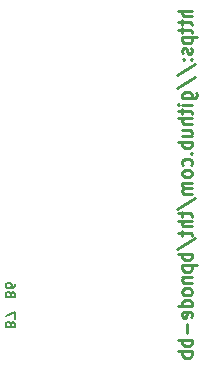
<source format=gbo>
G04 #@! TF.FileFunction,Legend,Bot*
%FSLAX46Y46*%
G04 Gerber Fmt 4.6, Leading zero omitted, Abs format (unit mm)*
G04 Created by KiCad (PCBNEW 4.0.5) date Sunday, 19 February 2017 'PMt' 17:56:42*
%MOMM*%
%LPD*%
G01*
G04 APERTURE LIST*
%ADD10C,0.200000*%
%ADD11C,0.150000*%
%ADD12C,0.275000*%
G04 APERTURE END LIST*
D10*
D11*
X139503143Y-117163809D02*
X139465048Y-117049523D01*
X139426952Y-117011428D01*
X139350762Y-116973333D01*
X139236476Y-116973333D01*
X139160286Y-117011428D01*
X139122190Y-117049523D01*
X139084095Y-117125714D01*
X139084095Y-117430476D01*
X139884095Y-117430476D01*
X139884095Y-117163809D01*
X139846000Y-117087619D01*
X139807905Y-117049523D01*
X139731714Y-117011428D01*
X139655524Y-117011428D01*
X139579333Y-117049523D01*
X139541238Y-117087619D01*
X139503143Y-117163809D01*
X139503143Y-117430476D01*
X139884095Y-116706666D02*
X139884095Y-116173333D01*
X139084095Y-116516190D01*
X139503143Y-114623809D02*
X139465048Y-114509523D01*
X139426952Y-114471428D01*
X139350762Y-114433333D01*
X139236476Y-114433333D01*
X139160286Y-114471428D01*
X139122190Y-114509523D01*
X139084095Y-114585714D01*
X139084095Y-114890476D01*
X139884095Y-114890476D01*
X139884095Y-114623809D01*
X139846000Y-114547619D01*
X139807905Y-114509523D01*
X139731714Y-114471428D01*
X139655524Y-114471428D01*
X139579333Y-114509523D01*
X139541238Y-114547619D01*
X139503143Y-114623809D01*
X139503143Y-114890476D01*
X139884095Y-113747619D02*
X139884095Y-113900000D01*
X139846000Y-113976190D01*
X139807905Y-114014285D01*
X139693619Y-114090476D01*
X139541238Y-114128571D01*
X139236476Y-114128571D01*
X139160286Y-114090476D01*
X139122190Y-114052381D01*
X139084095Y-113976190D01*
X139084095Y-113823809D01*
X139122190Y-113747619D01*
X139160286Y-113709523D01*
X139236476Y-113671428D01*
X139426952Y-113671428D01*
X139503143Y-113709523D01*
X139541238Y-113747619D01*
X139579333Y-113823809D01*
X139579333Y-113976190D01*
X139541238Y-114052381D01*
X139503143Y-114090476D01*
X139426952Y-114128571D01*
D12*
X154847857Y-90616335D02*
X153647857Y-90616335D01*
X154847857Y-91087763D02*
X154219286Y-91087763D01*
X154105000Y-91035382D01*
X154047857Y-90930620D01*
X154047857Y-90773478D01*
X154105000Y-90668716D01*
X154162143Y-90616335D01*
X154047857Y-91454430D02*
X154047857Y-91873478D01*
X153647857Y-91611573D02*
X154676429Y-91611573D01*
X154790714Y-91663954D01*
X154847857Y-91768716D01*
X154847857Y-91873478D01*
X154047857Y-92083001D02*
X154047857Y-92502049D01*
X153647857Y-92240144D02*
X154676429Y-92240144D01*
X154790714Y-92292525D01*
X154847857Y-92397287D01*
X154847857Y-92502049D01*
X154047857Y-92868715D02*
X155247857Y-92868715D01*
X154105000Y-92868715D02*
X154047857Y-92973477D01*
X154047857Y-93183000D01*
X154105000Y-93287762D01*
X154162143Y-93340143D01*
X154276429Y-93392524D01*
X154619286Y-93392524D01*
X154733571Y-93340143D01*
X154790714Y-93287762D01*
X154847857Y-93183000D01*
X154847857Y-92973477D01*
X154790714Y-92868715D01*
X154790714Y-93811572D02*
X154847857Y-93916334D01*
X154847857Y-94125858D01*
X154790714Y-94230619D01*
X154676429Y-94283000D01*
X154619286Y-94283000D01*
X154505000Y-94230619D01*
X154447857Y-94125858D01*
X154447857Y-93968715D01*
X154390714Y-93863953D01*
X154276429Y-93811572D01*
X154219286Y-93811572D01*
X154105000Y-93863953D01*
X154047857Y-93968715D01*
X154047857Y-94125858D01*
X154105000Y-94230619D01*
X154733571Y-94754429D02*
X154790714Y-94806810D01*
X154847857Y-94754429D01*
X154790714Y-94702048D01*
X154733571Y-94754429D01*
X154847857Y-94754429D01*
X154105000Y-94754429D02*
X154162143Y-94806810D01*
X154219286Y-94754429D01*
X154162143Y-94702048D01*
X154105000Y-94754429D01*
X154219286Y-94754429D01*
X153590714Y-96063953D02*
X155133571Y-95121096D01*
X153590714Y-97216334D02*
X155133571Y-96273477D01*
X154047857Y-98054429D02*
X155019286Y-98054429D01*
X155133571Y-98002048D01*
X155190714Y-97949667D01*
X155247857Y-97844906D01*
X155247857Y-97687763D01*
X155190714Y-97583001D01*
X154790714Y-98054429D02*
X154847857Y-97949667D01*
X154847857Y-97740144D01*
X154790714Y-97635382D01*
X154733571Y-97583001D01*
X154619286Y-97530620D01*
X154276429Y-97530620D01*
X154162143Y-97583001D01*
X154105000Y-97635382D01*
X154047857Y-97740144D01*
X154047857Y-97949667D01*
X154105000Y-98054429D01*
X154847857Y-98578239D02*
X154047857Y-98578239D01*
X153647857Y-98578239D02*
X153705000Y-98525858D01*
X153762143Y-98578239D01*
X153705000Y-98630620D01*
X153647857Y-98578239D01*
X153762143Y-98578239D01*
X154047857Y-98944906D02*
X154047857Y-99363954D01*
X153647857Y-99102049D02*
X154676429Y-99102049D01*
X154790714Y-99154430D01*
X154847857Y-99259192D01*
X154847857Y-99363954D01*
X154847857Y-99730620D02*
X153647857Y-99730620D01*
X154847857Y-100202048D02*
X154219286Y-100202048D01*
X154105000Y-100149667D01*
X154047857Y-100044905D01*
X154047857Y-99887763D01*
X154105000Y-99783001D01*
X154162143Y-99730620D01*
X154047857Y-101197286D02*
X154847857Y-101197286D01*
X154047857Y-100725858D02*
X154676429Y-100725858D01*
X154790714Y-100778239D01*
X154847857Y-100883001D01*
X154847857Y-101040143D01*
X154790714Y-101144905D01*
X154733571Y-101197286D01*
X154847857Y-101721096D02*
X153647857Y-101721096D01*
X154105000Y-101721096D02*
X154047857Y-101825858D01*
X154047857Y-102035381D01*
X154105000Y-102140143D01*
X154162143Y-102192524D01*
X154276429Y-102244905D01*
X154619286Y-102244905D01*
X154733571Y-102192524D01*
X154790714Y-102140143D01*
X154847857Y-102035381D01*
X154847857Y-101825858D01*
X154790714Y-101721096D01*
X154733571Y-102716334D02*
X154790714Y-102768715D01*
X154847857Y-102716334D01*
X154790714Y-102663953D01*
X154733571Y-102716334D01*
X154847857Y-102716334D01*
X154790714Y-103711572D02*
X154847857Y-103606810D01*
X154847857Y-103397287D01*
X154790714Y-103292525D01*
X154733571Y-103240144D01*
X154619286Y-103187763D01*
X154276429Y-103187763D01*
X154162143Y-103240144D01*
X154105000Y-103292525D01*
X154047857Y-103397287D01*
X154047857Y-103606810D01*
X154105000Y-103711572D01*
X154847857Y-104340144D02*
X154790714Y-104235382D01*
X154733571Y-104183001D01*
X154619286Y-104130620D01*
X154276429Y-104130620D01*
X154162143Y-104183001D01*
X154105000Y-104235382D01*
X154047857Y-104340144D01*
X154047857Y-104497286D01*
X154105000Y-104602048D01*
X154162143Y-104654429D01*
X154276429Y-104706810D01*
X154619286Y-104706810D01*
X154733571Y-104654429D01*
X154790714Y-104602048D01*
X154847857Y-104497286D01*
X154847857Y-104340144D01*
X154847857Y-105178239D02*
X154047857Y-105178239D01*
X154162143Y-105178239D02*
X154105000Y-105230620D01*
X154047857Y-105335382D01*
X154047857Y-105492524D01*
X154105000Y-105597286D01*
X154219286Y-105649667D01*
X154847857Y-105649667D01*
X154219286Y-105649667D02*
X154105000Y-105702048D01*
X154047857Y-105806810D01*
X154047857Y-105963953D01*
X154105000Y-106068715D01*
X154219286Y-106121096D01*
X154847857Y-106121096D01*
X153590714Y-107430620D02*
X155133571Y-106487763D01*
X154047857Y-107640144D02*
X154047857Y-108059192D01*
X153647857Y-107797287D02*
X154676429Y-107797287D01*
X154790714Y-107849668D01*
X154847857Y-107954430D01*
X154847857Y-108059192D01*
X154847857Y-108425858D02*
X153647857Y-108425858D01*
X154847857Y-108897286D02*
X154219286Y-108897286D01*
X154105000Y-108844905D01*
X154047857Y-108740143D01*
X154047857Y-108583001D01*
X154105000Y-108478239D01*
X154162143Y-108425858D01*
X154047857Y-109263953D02*
X154047857Y-109683001D01*
X153647857Y-109421096D02*
X154676429Y-109421096D01*
X154790714Y-109473477D01*
X154847857Y-109578239D01*
X154847857Y-109683001D01*
X153590714Y-110835381D02*
X155133571Y-109892524D01*
X154847857Y-111202048D02*
X153647857Y-111202048D01*
X154105000Y-111202048D02*
X154047857Y-111306810D01*
X154047857Y-111516333D01*
X154105000Y-111621095D01*
X154162143Y-111673476D01*
X154276429Y-111725857D01*
X154619286Y-111725857D01*
X154733571Y-111673476D01*
X154790714Y-111621095D01*
X154847857Y-111516333D01*
X154847857Y-111306810D01*
X154790714Y-111202048D01*
X154047857Y-112197286D02*
X155247857Y-112197286D01*
X154105000Y-112197286D02*
X154047857Y-112302048D01*
X154047857Y-112511571D01*
X154105000Y-112616333D01*
X154162143Y-112668714D01*
X154276429Y-112721095D01*
X154619286Y-112721095D01*
X154733571Y-112668714D01*
X154790714Y-112616333D01*
X154847857Y-112511571D01*
X154847857Y-112302048D01*
X154790714Y-112197286D01*
X154047857Y-113192524D02*
X154847857Y-113192524D01*
X154162143Y-113192524D02*
X154105000Y-113244905D01*
X154047857Y-113349667D01*
X154047857Y-113506809D01*
X154105000Y-113611571D01*
X154219286Y-113663952D01*
X154847857Y-113663952D01*
X154847857Y-114344905D02*
X154790714Y-114240143D01*
X154733571Y-114187762D01*
X154619286Y-114135381D01*
X154276429Y-114135381D01*
X154162143Y-114187762D01*
X154105000Y-114240143D01*
X154047857Y-114344905D01*
X154047857Y-114502047D01*
X154105000Y-114606809D01*
X154162143Y-114659190D01*
X154276429Y-114711571D01*
X154619286Y-114711571D01*
X154733571Y-114659190D01*
X154790714Y-114606809D01*
X154847857Y-114502047D01*
X154847857Y-114344905D01*
X154847857Y-115654428D02*
X153647857Y-115654428D01*
X154790714Y-115654428D02*
X154847857Y-115549666D01*
X154847857Y-115340143D01*
X154790714Y-115235381D01*
X154733571Y-115183000D01*
X154619286Y-115130619D01*
X154276429Y-115130619D01*
X154162143Y-115183000D01*
X154105000Y-115235381D01*
X154047857Y-115340143D01*
X154047857Y-115549666D01*
X154105000Y-115654428D01*
X154790714Y-116597285D02*
X154847857Y-116492523D01*
X154847857Y-116283000D01*
X154790714Y-116178238D01*
X154676429Y-116125857D01*
X154219286Y-116125857D01*
X154105000Y-116178238D01*
X154047857Y-116283000D01*
X154047857Y-116492523D01*
X154105000Y-116597285D01*
X154219286Y-116649666D01*
X154333571Y-116649666D01*
X154447857Y-116125857D01*
X154390714Y-117121095D02*
X154390714Y-117959190D01*
X154847857Y-118483000D02*
X153647857Y-118483000D01*
X154105000Y-118483000D02*
X154047857Y-118587762D01*
X154047857Y-118797285D01*
X154105000Y-118902047D01*
X154162143Y-118954428D01*
X154276429Y-119006809D01*
X154619286Y-119006809D01*
X154733571Y-118954428D01*
X154790714Y-118902047D01*
X154847857Y-118797285D01*
X154847857Y-118587762D01*
X154790714Y-118483000D01*
X154847857Y-119478238D02*
X153647857Y-119478238D01*
X154105000Y-119478238D02*
X154047857Y-119583000D01*
X154047857Y-119792523D01*
X154105000Y-119897285D01*
X154162143Y-119949666D01*
X154276429Y-120002047D01*
X154619286Y-120002047D01*
X154733571Y-119949666D01*
X154790714Y-119897285D01*
X154847857Y-119792523D01*
X154847857Y-119583000D01*
X154790714Y-119478238D01*
M02*

</source>
